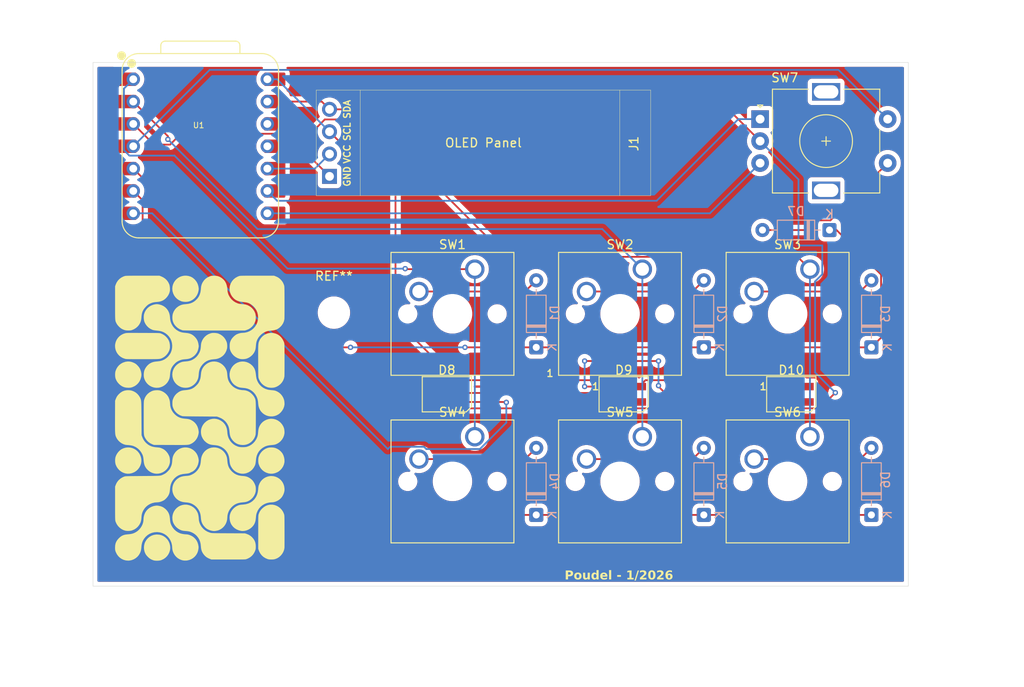
<source format=kicad_pcb>
(kicad_pcb (version 20241229) (generator "pcbnew") (generator_version "9.0")
  (layers (0 "F.Cu" signal) (2 "B.Cu" signal) (13 "F.Paste" user) (15 "B.Paste" user) (5 "F.SilkS" user "F.Silkscreen") (7 "B.SilkS" user "B.Silkscreen") (1 "F.Mask" user) (3 "B.Mask" user) (25 "Edge.Cuts" user))
  (net 0 "")
  (net 1 "Net-(D2-A)")
  (net 2 "Row 0")
  (net 3 "Net-(D3-A)")
  (net 4 "Net-(D4-A)")
  (net 5 "Row 1")
  (net 6 "Net-(D5-A)")
  (net 7 "Net-(D6-A)")
  (net 8 "Rot 1")
  (net 9 "VCC")
  (net 10 "Net-(D8-DOUT)")
  (net 11 "LED")
  (net 12 "GND")
  (net 13 "Net-(D10-DIN)")
  (net 14 "Display 2")
  (net 15 "Display 1")
  (net 16 "Col 0")
  (net 17 "Net-(D1-A)")
  (net 18 "Col 1")
  (net 19 "Col 2")
  (net 20 "Rot B")
  (net 21 "Rot A")
  (net 23 "Col 3")
  (footprint "Display:SSD1306-0.91-OLED-4pin-128x32" (layer "F.Cu") (at 208.2625 48.475 180)
    (property "Reference" "J1" (at 1.9 5.91 90) (layer "F.SilkS"))
    (property "Value" "OLED_Display")
    (fp_text user "OLED Panel" (at 19 6 0) (layer "F.SilkS"))
    (fp_text user "VCC" (at 34.5 4.73 90) (layer "F.SilkS") (effects (font (size 0.75 0.75))))
    (fp_text user "GND" (at 34.5 2.19 90) (layer "F.SilkS") (effects (font (size 0.75 0.75))))
    (fp_text user "SCL" (at 34.5 7.27 90) (layer "F.SilkS") (effects (font (size 0.75 0.75))))
    (fp_text user "SDA" (at 34.5 9.81 90) (layer "F.SilkS") (effects (font (size 0.75 0.75))))
    (pad "1" thru_hole rect (at 36.5 2.19 180) (size 1.7 1.7) (drill 1) (layers "*.Cu" "*.Mask") (net 15 "Display 1"))
    (pad "2" thru_hole oval (at 36.5 4.73 180) (size 1.7 1.7) (drill 1) (layers "*.Cu" "*.Mask") (net 14 "Display 2"))
    (pad "3" thru_hole oval (at 36.5 7.27 180) (size 1.7 1.7) (drill 1) (layers "*.Cu" "*.Mask") (net 9 "VCC"))
    (pad "4" thru_hole oval (at 36.5 9.81 180) (size 1.7 1.7) (drill 1) (layers "*.Cu" "*.Mask") (net 12 "GND"))
  )
  (footprint "OPL_Kicad_Library-master:XIAO-RP2040-DIP" (layer "F.Cu") (at 157.07375 42.8625)
    (property "Reference" "U1" (at -0.18625 -2.3875 0) (layer "F.SilkS") (effects (font (size 0.635 0.635) (thickness 0.1016))))
    (property "Value" "XIAO-RP2040-DIP")
    (pad "1" smd roundrect (at -8.455 -7.62 180) (size 2.432 1.524) (layers "F.Cu" "F.Mask") (roundrect_rratio 0.1) (net 16 "Col 0"))
    (pad "1" thru_hole circle (at -7.62 -7.62 180) (size 1.524 1.524) (drill 0.889) (layers "*.Cu" "*.Mask") (net 16 "Col 0"))
    (pad "2" smd roundrect (at -8.455 -5.08 180) (size 2.432 1.524) (layers "F.Cu" "F.Mask") (roundrect_rratio 0.1) (net 18 "Col 1"))
    (pad "2" thru_hole circle (at -7.62 -5.08 180) (size 1.524 1.524) (drill 0.889) (layers "*.Cu" "*.Mask") (net 18 "Col 1"))
    (pad "3" smd roundrect (at -8.455 -2.54 180) (size 2.432 1.524) (layers "F.Cu" "F.Mask") (roundrect_rratio 0.1) (net 19 "Col 2"))
    (pad "3" thru_hole circle (at -7.62 -2.54 180) (size 1.524 1.524) (drill 0.889) (layers "*.Cu" "*.Mask") (net 19 "Col 2"))
    (pad "4" smd roundrect (at -8.455 0 180) (size 2.432 1.524) (layers "F.Cu" "F.Mask") (roundrect_rratio 0.1) (net 23 "Col 3"))
    (pad "4" thru_hole circle (at -7.62 0 180) (size 1.524 1.524) (drill 0.889) (layers "*.Cu" "*.Mask") (net 23 "Col 3"))
    (pad "5" smd roundrect (at -8.455 2.54 180) (size 2.432 1.524) (layers "F.Cu" "F.Mask") (roundrect_rratio 0.1) (net 2 "Row 0"))
    (pad "5" thru_hole circle (at -7.62 2.54 180) (size 1.524 1.524) (drill 0.889) (layers "*.Cu" "*.Mask") (net 2 "Row 0"))
    (pad "6" smd roundrect (at -8.455 5.08 180) (size 2.432 1.524) (layers "F.Cu" "F.Mask") (roundrect_rratio 0.1) (net 5 "Row 1"))
    (pad "6" thru_hole circle (at -7.62 5.08 180) (size 1.524 1.524) (drill 0.889) (layers "*.Cu" "*.Mask") (net 5 "Row 1"))
    (pad "7" smd roundrect (at -8.455 7.62 180) (size 2.432 1.524) (layers "F.Cu" "F.Mask") (roundrect_rratio 0.1) (net 11 "LED"))
    (pad "7" thru_hole circle (at -7.62 7.62 180) (size 1.524 1.524) (drill 0.889) (layers "*.Cu" "*.Mask") (net 11 "LED"))
    (pad "8" thru_hole circle (at 7.62 7.62) (size 1.524 1.524) (drill 0.889) (layers "*.Cu" "*.Mask") (net 20 "Rot B"))
    (pad "8" smd roundrect (at 8.455 7.62) (size 2.432 1.524) (layers "F.Cu" "F.Mask") (roundrect_rratio 0.1) (net 20 "Rot B"))
    (pad "9" thru_hole circle (at 7.62 5.08) (size 1.524 1.524) (drill 0.889) (layers "*.Cu" "*.Mask") (net 21 "Rot A"))
    (pad "9" smd roundrect (at 8.455 5.08) (size 2.432 1.524) (layers "F.Cu" "F.Mask") (roundrect_rratio 0.1) (net 21 "Rot A"))
    (pad "10" thru_hole circle (at 7.62 2.54) (size 1.524 1.524) (drill 0.889) (layers "*.Cu" "*.Mask") (net 14 "Display 2"))
    (pad "10" smd roundrect (at 8.455 2.54) (size 2.432 1.524) (layers "F.Cu" "F.Mask") (roundrect_rratio 0.1) (net 14 "Display 2"))
    (pad "11" thru_hole circle (at 7.62 0) (size 1.524 1.524) (drill 0.889) (layers "*.Cu" "*.Mask") (net 15 "Display 1"))
    (pad "11" smd roundrect (at 8.455 0) (size 2.432 1.524) (layers "F.Cu" "F.Mask") (roundrect_rratio 0.1) (net 15 "Display 1"))
    (pad "12" thru_hole circle (at 7.62 -2.54) (size 1.524 1.524) (drill 0.889) (layers "*.Cu" "*.Mask"))
    (pad "12" smd roundrect (at 8.455 -2.54) (size 2.432 1.524) (layers "F.Cu" "F.Mask") (roundrect_rratio 0.1))
    (pad "13" thru_hole circle (at 7.62 -5.08) (size 1.524 1.524) (drill 0.889) (layers "*.Cu" "*.Mask") (net 12 "GND"))
    (pad "13" smd roundrect (at 8.455 -5.08) (size 2.432 1.524) (layers "F.Cu" "F.Mask") (roundrect_rratio 0.1) (net 12 "GND"))
    (pad "14" thru_hole circle (at 7.62 -7.62) (size 1.524 1.524) (drill 0.889) (layers "*.Cu" "*.Mask") (net 9 "VCC"))
    (pad "14" smd roundrect (at 8.455 -7.62) (size 2.432 1.524) (layers "F.Cu" "F.Mask") (roundrect_rratio 0.1) (net 9 "VCC"))
  )
  (footprint "Button_Switch_Keyboard:SW_Cherry_MX_1.00u_PCB" (layer "F.Cu") (at 188.2775 75.8825)
    (property "Reference" "SW4" (at -2.54 -2.794 0) (layer "F.SilkS"))
    (property "Value" "KeySwitch")
    (pad "" np_thru_hole circle (at -7.62 5.08) (size 1.7 1.7) (drill 1.7) (layers "*.Cu" "*.Mask"))
    (pad "" np_thru_hole circle (at -2.54 5.08) (size 4 4) (drill 4) (layers "*.Cu" "*.Mask"))
    (pad "" np_thru_hole circle (at 2.54 5.08) (size 1.7 1.7) (drill 1.7) (layers "*.Cu" "*.Mask"))
    (pad "1" thru_hole circle (at 0 0) (size 2.2 2.2) (drill 1.5) (layers "*.Cu" "*.Mask") (net 16 "Col 0"))
    (pad "2" thru_hole circle (at -6.35 2.54) (size 2.2 2.2) (drill 1.5) (layers "*.Cu" "*.Mask") (net 4 "Net-(D4-A)"))
  )
  (footprint "DaRolla:RotaryEncoder_Alps_EC11E-Switch_Vertical_H20mm" (layer "F.Cu") (at 220.7125 39.775)
    (property "Reference" "SW7" (at 2.8 -4.7 0) (layer "F.SilkS"))
    (property "Value" "RotaryEncoder_Switch")
    (pad "A" thru_hole rect (at 0 0) (size 2 2) (drill 1) (layers "*.Cu" "*.Mask") (net 21 "Rot A"))
    (pad "B" thru_hole circle (at 0 5) (size 2 2) (drill 1) (layers "*.Cu" "*.Mask") (net 20 "Rot B"))
    (pad "C" thru_hole circle (at 0 2.5) (size 2 2) (drill 1) (layers "*.Cu" "*.Mask") (net 12 "GND"))
    (pad "MP" thru_hole rect (at 7.5 -3.1) (size 3.2 2) (drill oval 2.8 1.5) (layers "*.Cu" "*.Mask"))
    (pad "MP" thru_hole rect (at 7.5 8.1) (size 3.2 2) (drill oval 2.8 1.5) (layers "*.Cu" "*.Mask"))
    (pad "S1" thru_hole circle (at 14.5 5) (size 2 2) (drill 1) (layers "*.Cu" "*.Mask") (net 8 "Rot 1"))
    (pad "S2" thru_hole circle (at 14.5 0) (size 2 2) (drill 1) (layers "*.Cu" "*.Mask") (net 23 "Col 3"))
  )
  (footprint "LED_SMD:LED_SK6812MINI_PLCC4_3.5x3.5mm_P1.75mm" (layer "F.Cu") (at 205.20625 71.05625)
    (property "Reference" "D9" (at 0 -2.75 0) (layer "F.SilkS"))
    (property "Value" "LED 2")
    (fp_text user "1" (at -3.2 -0.875 0) (layer "F.SilkS") (effects (font (size 0.8 0.8))))
    (pad "1" smd rect (at -1.75 -0.875) (size 1.6 0.85) (layers "F.Cu" "F.Mask" "F.Paste") (net 13 "Net-(D10-DIN)"))
    (pad "2" smd rect (at -1.75 0.875) (size 1.6 0.85) (layers "F.Cu" "F.Mask" "F.Paste") (net 12 "GND"))
    (pad "3" smd rect (at 1.75 0.875) (size 1.6 0.85) (layers "F.Cu" "F.Mask" "F.Paste") (net 10 "Net-(D8-DOUT)"))
    (pad "4" smd rect (at 1.75 -0.875) (size 1.6 0.85) (layers "F.Cu" "F.Mask" "F.Paste") (net 9 "VCC"))
  )
  (footprint "LED_SMD:LED_SK6812MINI_PLCC4_3.5x3.5mm_P1.75mm" (layer "F.Cu") (at 224.25625 71.05625)
    (property "Reference" "D10" (at 0 -2.75 0) (layer "F.SilkS"))
    (property "Value" "LED 2")
    (fp_text user "1" (at -3.2 -0.875 0) (layer "F.SilkS") (effects (font (size 0.8 0.8))))
    (pad "1" smd rect (at -1.75 -0.875) (size 1.6 0.85) (layers "F.Cu" "F.Mask" "F.Paste"))
    (pad "2" smd rect (at -1.75 0.875) (size 1.6 0.85) (layers "F.Cu" "F.Mask" "F.Paste") (net 12 "GND"))
    (pad "3" smd rect (at 1.75 0.875) (size 1.6 0.85) (layers "F.Cu" "F.Mask" "F.Paste") (net 13 "Net-(D10-DIN)"))
    (pad "4" smd rect (at 1.75 -0.875) (size 1.6 0.85) (layers "F.Cu" "F.Mask" "F.Paste") (net 9 "VCC"))
  )
  (footprint "Button_Switch_Keyboard:SW_Cherry_MX_1.00u_PCB" (layer "F.Cu") (at 226.3775 56.8325)
    (property "Reference" "SW3" (at -2.54 -2.794 0) (layer "F.SilkS"))
    (property "Value" "KeySwitch")
    (pad "" np_thru_hole circle (at -7.62 5.08) (size 1.7 1.7) (drill 1.7) (layers "*.Cu" "*.Mask"))
    (pad "" np_thru_hole circle (at -2.54 5.08) (size 4 4) (drill 4) (layers "*.Cu" "*.Mask"))
    (pad "" np_thru_hole circle (at 2.54 5.08) (size 1.7 1.7) (drill 1.7) (layers "*.Cu" "*.Mask"))
    (pad "1" thru_hole circle (at 0 0) (size 2.2 2.2) (drill 1.5) (layers "*.Cu" "*.Mask") (net 19 "Col 2"))
    (pad "2" thru_hole circle (at -6.35 2.54) (size 2.2 2.2) (drill 1.5) (layers "*.Cu" "*.Mask") (net 3 "Net-(D3-A)"))
  )
  (footprint "Button_Switch_Keyboard:SW_Cherry_MX_1.00u_PCB" (layer "F.Cu") (at 226.3775 75.8825)
    (property "Reference" "SW6" (at -2.54 -2.794 0) (layer "F.SilkS"))
    (property "Value" "KeySwitch")
    (pad "" np_thru_hole circle (at -7.62 5.08) (size 1.7 1.7) (drill 1.7) (layers "*.Cu" "*.Mask"))
    (pad "" np_thru_hole circle (at -2.54 5.08) (size 4 4) (drill 4) (layers "*.Cu" "*.Mask"))
    (pad "" np_thru_hole circle (at 2.54 5.08) (size 1.7 1.7) (drill 1.7) (layers "*.Cu" "*.Mask"))
    (pad "1" thru_hole circle (at 0 0) (size 2.2 2.2) (drill 1.5) (layers "*.Cu" "*.Mask") (net 19 "Col 2"))
    (pad "2" thru_hole circle (at -6.35 2.54) (size 2.2 2.2) (drill 1.5) (layers "*.Cu" "*.Mask") (net 7 "Net-(D6-A)"))
  )
  (footprint "Button_Switch_Keyboard:SW_Cherry_MX_1.00u_PCB" (layer "F.Cu") (at 188.2775 56.8325)
    (property "Reference" "SW1" (at -2.54 -2.794 0) (layer "F.SilkS"))
    (property "Value" "KeySwitch")
    (pad "" np_thru_hole circle (at -7.62 5.08) (size 1.7 1.7) (drill 1.7) (layers "*.Cu" "*.Mask"))
    (pad "" np_thru_hole circle (at -2.54 5.08) (size 4 4) (drill 4) (layers "*.Cu" "*.Mask"))
    (pad "" np_thru_hole circle (at 2.54 5.08) (size 1.7 1.7) (drill 1.7) (layers "*.Cu" "*.Mask"))
    (pad "1" thru_hole circle (at 0 0) (size 2.2 2.2) (drill 1.5) (layers "*.Cu" "*.Mask") (net 16 "Col 0"))
    (pad "2" thru_hole circle (at -6.35 2.54) (size 2.2 2.2) (drill 1.5) (layers "*.Cu" "*.Mask") (net 17 "Net-(D1-A)"))
  )
  (footprint "Button_Switch_Keyboard:SW_Cherry_MX_1.00u_PCB" (layer "F.Cu") (at 207.3275 56.8325)
    (property "Reference" "SW2" (at -2.54 -2.794 0) (layer "F.SilkS"))
    (property "Value" "KeySwitch")
    (pad "" np_thru_hole circle (at -7.62 5.08) (size 1.7 1.7) (drill 1.7) (layers "*.Cu" "*.Mask"))
    (pad "" np_thru_hole circle (at -2.54 5.08) (size 4 4) (drill 4) (layers "*.Cu" "*.Mask"))
    (pad "" np_thru_hole circle (at 2.54 5.08) (size 1.7 1.7) (drill 1.7) (layers "*.Cu" "*.Mask"))
    (pad "1" thru_hole circle (at 0 0) (size 2.2 2.2) (drill 1.5) (layers "*.Cu" "*.Mask") (net 18 "Col 1"))
    (pad "2" thru_hole circle (at -6.35 2.54) (size 2.2 2.2) (drill 1.5) (layers "*.Cu" "*.Mask") (net 1 "Net-(D2-A)"))
  )
  (footprint "LOGO" (layer "F.Cu") (at 156.525561 73.719384 90)
    (property "Reference" "G***" (hide yes))
    (property "Value" "LOGO" (hide yes))
  )
  (footprint "MountingHole:MountingHole_3.2mm_M3" (layer "F.Cu") (at 172.2625 61.775)
    (property "Reference" "REF**" (at 0 -4.15 0) (layer "F.SilkS"))
    (property "Value" "MountingHole_3.2mm_M3")
    (pad "" np_thru_hole circle (at 0 0) (size 3.2 3.2) (drill 3.2) (layers "*.Cu" "*.Mask"))
  )
  (footprint "LED_SMD:LED_SK6812MINI_PLCC4_3.5x3.5mm_P1.75mm" (layer "F.Cu") (at 185.10625 71.05625)
    (property "Reference" "D8" (at 0 -2.75 0) (layer "F.SilkS"))
    (property "Value" "LED 1")
    (fp_text user "1" (at 11.71875 -2.38125 0) (layer "F.SilkS") (effects (font (size 0.8 0.8))))
    (pad "1" smd rect (at -1.75 -0.875) (size 1.6 0.85) (layers "F.Cu" "F.Mask" "F.Paste") (net 10 "Net-(D8-DOUT)"))
    (pad "2" smd rect (at -1.75 0.875) (size 1.6 0.85) (layers "F.Cu" "F.Mask" "F.Paste") (net 12 "GND"))
    (pad "3" smd rect (at 1.75 0.875) (size 1.6 0.85) (layers "F.Cu" "F.Mask" "F.Paste") (net 11 "LED"))
    (pad "4" smd rect (at 1.75 -0.875) (size 1.6 0.85) (layers "F.Cu" "F.Mask" "F.Paste") (net 9 "VCC"))
  )
  (footprint "Button_Switch_Keyboard:SW_Cherry_MX_1.00u_PCB" (layer "F.Cu") (at 207.3275 75.8825)
    (property "Reference" "SW5" (at -2.54 -2.794 0) (layer "F.SilkS"))
    (property "Value" "KeySwitch")
    (pad "" np_thru_hole circle (at -7.62 5.08) (size 1.7 1.7) (drill 1.7) (layers "*.Cu" "*.Mask"))
    (pad "" np_thru_hole circle (at -2.54 5.08) (size 4 4) (drill 4) (layers "*.Cu" "*.Mask"))
    (pad "" np_thru_hole circle (at 2.54 5.08) (size 1.7 1.7) (drill 1.7) (layers "*.Cu" "*.Mask"))
    (pad "1" thru_hole circle (at 0 0) (size 2.2 2.2) (drill 1.5) (layers "*.Cu" "*.Mask") (net 18 "Col 1"))
    (pad "2" thru_hole circle (at -6.35 2.54) (size 2.2 2.2) (drill 1.5) (layers "*.Cu" "*.Mask") (net 6 "Net-(D5-A)"))
  )
  (footprint "Diode_THT:D_DO-35_SOD27_P7.62mm_Horizontal" (layer "B.Cu") (at 214.3125 84.7725 90)
    (property "Reference" "D5" (at 3.81 2.12 90) (layer "B.SilkS") (effects (justify mirror)))
    (property "Value" "Diode")
    (fp_text user "K" (at 0 1.8 90) (layer "B.SilkS") (effects (justify mirror)))
    (pad "1" thru_hole roundrect (at 0 0 90) (size 1.6 1.6) (drill 0.8) (layers "*.Cu" "*.Mask") (roundrect_rratio 0.15625) (net 5 "Row 1"))
    (pad "2" thru_hole circle (at 7.62 0 90) (size 1.6 1.6) (drill 0.8) (layers "*.Cu" "*.Mask") (net 6 "Net-(D5-A)"))
  )
  (footprint "Diode_THT:D_DO-35_SOD27_P7.62mm_Horizontal" (layer "B.Cu") (at 233.3625 84.7725 90)
    (property "Reference" "D6" (at 3.9975 1.6 90) (layer "B.SilkS") (effects (justify mirror)))
    (property "Value" "Diode")
    (fp_text user "K" (at 0 1.8 90) (layer "B.SilkS") (effects (justify mirror)))
    (pad "1" thru_hole roundrect (at 0 0 90) (size 1.6 1.6) (drill 0.8) (layers "*.Cu" "*.Mask") (roundrect_rratio 0.15625) (net 5 "Row 1"))
    (pad "2" thru_hole circle (at 7.62 0 90) (size 1.6 1.6) (drill 0.8) (layers "*.Cu" "*.Mask") (net 7 "Net-(D6-A)"))
  )
  (footprint "Diode_THT:D_DO-35_SOD27_P7.62mm_Horizontal" (layer "B.Cu") (at 195.2625 65.7225 90)
    (property "Reference" "D1" (at 3.81 2.12 90) (layer "B.SilkS") (effects (justify mirror)))
    (property "Value" "Diode")
    (fp_text user "K" (at 0 1.8 90) (layer "B.SilkS") (effects (justify mirror)))
    (pad "1" thru_hole roundrect (at 0 0 90) (size 1.6 1.6) (drill 0.8) (layers "*.Cu" "*.Mask") (roundrect_rratio 0.15625) (net 2 "Row 0"))
    (pad "2" thru_hole circle (at 7.62 0 90) (size 1.6 1.6) (drill 0.8) (layers "*.Cu" "*.Mask") (net 17 "Net-(D1-A)"))
  )
  (footprint "Diode_THT:D_DO-35_SOD27_P7.62mm_Horizontal" (layer "B.Cu") (at 214.3125 65.7225 90)
    (property "Reference" "D2" (at 3.81 2.12 90) (layer "B.SilkS") (effects (justify mirror)))
    (property "Value" "Diode")
    (fp_text user "K" (at 0 1.8 90) (layer "B.SilkS") (effects (justify mirror)))
    (pad "1" thru_hole roundrect (at 0 0 90) (size 1.6 1.6) (drill 0.8) (layers "*.Cu" "*.Mask") (roundrect_rratio 0.15625) (net 2 "Row 0"))
    (pad "2" thru_hole circle (at 7.62 0 90) (size 1.6 1.6) (drill 0.8) (layers "*.Cu" "*.Mask") (net 1 "Net-(D2-A)"))
  )
  (footprint "Diode_THT:D_DO-35_SOD27_P7.62mm_Horizontal" (layer "B.Cu") (at 233.3625 65.7225 90)
    (property "Reference" "D3" (at 3.81 1.6 90) (layer "B.SilkS") (effects (justify mirror)))
    (property "Value" "Diode")
    (fp_text user "K" (at 0 1.8 90) (layer "B.SilkS") (effects (justify mirror)))
    (pad "1" thru_hole roundrect (at 0 0 90) (size 1.6 1.6) (drill 0.8) (layers "*.Cu" "*.Mask") (roundrect_rratio 0.15625) (net 2 "Row 0"))
    (pad "2" thru_hole circle (at 7.62 0 90) (size 1.6 1.6) (drill 0.8) (layers "*.Cu" "*.Mask") (net 3 "Net-(D3-A)"))
  )
  (footprint "Diode_THT:D_DO-35_SOD27_P7.62mm_Horizontal" (layer "B.Cu") (at 195.2625 84.7725 90)
    (property "Reference" "D4" (at 3.81 2.12 90) (layer "B.SilkS") (effects (justify mirror)))
    (property "Value" "Diode")
    (fp_text user "K" (at 0 1.8 90) (layer "B.SilkS") (effects (justify mirror)))
    (pad "1" thru_hole roundrect (at 0 0 90) (size 1.6 1.6) (drill 0.8) (layers "*.Cu" "*.Mask") (roundrect_rratio 0.15625) (net 5 "Row 1"))
    (pad "2" thru_hole circle (at 7.62 0 90) (size 1.6 1.6) (drill 0.8) (layers "*.Cu" "*.Mask") (net 4 "Net-(D4-A)"))
  )
  (footprint "Diode_THT:D_DO-35_SOD27_P7.62mm_Horizontal" (layer "B.Cu") (at 228.6 52.3875 180)
    (property "Reference" "D7" (at 3.81 2.12 0) (layer "B.SilkS") (effects (justify mirror)))
    (property "Value" "Diode")
    (fp_text user "K" (at 0 1.8 0) (layer "B.SilkS") (effects (justify mirror)))
    (pad "1" thru_hole roundrect (at 0 0 180) (size 1.6 1.6) (drill 0.8) (layers "*.Cu" "*.Mask") (roundrect_rratio 0.15625) (net 2 "Row 0"))
    (pad "2" thru_hole circle (at 7.62 0 180) (size 1.6 1.6) (drill 0.8) (layers "*.Cu" "*.Mask") (net 8 "Rot 1"))
  )
  (gr_rect (start 144.875 33.3375) (end 237.5625 92.86875) (stroke (width 0.05)) (fill no) (layer "Edge.Cuts"))
  (gr_text "Poudel - 1/2026" (at 204.6625 92.275 0) (layer "F.SilkS") (effects (font (size 1 1) (thickness 0.125)) (justify bottom)))
  (segment (start 214.3125 58.1025) (end 213.0425 59.3725) (width 0.2) (layer "F.Cu") (net 1))
  (segment (start 213.0425 59.3725) (end 200.9775 59.3725) (width 0.2) (layer "F.Cu") (net 1))
  (segment (start 169.77375 65.7225) (end 174.14875 65.7225) (width 0.2) (layer "F.Cu") (net 2))
  (segment (start 229.4 52.3875) (end 234.4635 57.451) (width 0.2) (layer "F.Cu") (net 2))
  (segment (start 195.2625 65.7225) (end 187.1625 65.7225) (width 0.2) (layer "F.Cu") (net 2))
  (segment (start 195.2625 65.7225) (end 233.3625 65.7225) (width 0.2) (layer "F.Cu") (net 2))
  (segment (start 234.4635 57.451) (end 234.4635 64.6215) (width 0.2) (layer "F.Cu") (net 2))
  (segment (start 234.4635 64.6215) (end 233.3625 65.7225) (width 0.2) (layer "F.Cu") (net 2))
  (segment (start 169.77375 65.7225) (end 149.45375 45.4025) (width 0.2) (layer "F.Cu") (net 2))
  (segment (start 228.6 52.3875) (end 229.4 52.3875) (width 0.2) (layer "F.Cu") (net 2))
  (via (at 187.1625 65.7225) (size 0.6) (drill 0.3) (layers "F.Cu" "B.Cu") (net 2))
  (via (at 174.14875 65.7225) (size 0.6) (drill 0.3) (layers "F.Cu" "B.Cu") (net 2))
  (segment (start 187.1625 65.7225) (end 174.14875 65.7225) (width 0.2) (layer "B.Cu") (net 2))
  (segment (start 233.3625 58.1025) (end 232.0925 59.3725) (width 0.2) (layer "F.Cu") (net 3))
  (segment (start 232.0925 59.3725) (end 220.0275 59.3725) (width 0.2) (layer "F.Cu") (net 3))
  (segment (start 193.9925 78.4225) (end 181.9275 78.4225) (width 0.2) (layer "F.Cu") (net 4))
  (segment (start 195.2625 77.1525) (end 193.9925 78.4225) (width 0.2) (layer "F.Cu") (net 4))
  (segment (start 214.3125 84.7725) (end 233.3625 84.7725) (width 0.2) (layer "F.Cu") (net 5))
  (segment (start 181.79097 84.7725) (end 195.2625 84.7725) (width 0.2) (layer "F.Cu") (net 5))
  (segment (start 195.2625 84.7725) (end 214.3125 84.7725) (width 0.2) (layer "F.Cu") (net 5))
  (segment (start 149.45375 47.9425) (end 150.51675 49.0055) (width 0.2) (layer "F.Cu") (net 5))
  (segment (start 150.51675 53.49828) (end 181.79097 84.7725) (width 0.2) (layer "F.Cu") (net 5))
  (segment (start 150.51675 49.0055) (end 150.51675 53.49828) (width 0.2) (layer "F.Cu") (net 5))
  (segment (start 214.3125 77.1525) (end 213.0425 78.4225) (width 0.2) (layer "F.Cu") (net 6))
  (segment (start 213.0425 78.4225) (end 200.9775 78.4225) (width 0.2) (layer "F.Cu") (net 6))
  (segment (start 233.3625 77.1525) (end 232.0925 78.4225) (width 0.2) (layer "F.Cu") (net 7))
  (segment (start 232.0925 78.4225) (end 220.0275 78.4225) (width 0.2) (layer "F.Cu") (net 7))
  (segment (start 226.202 52.3875) (end 227.303 51.2865) (width 0.2) (layer "F.Cu") (net 8))
  (segment (start 228.701 51.2865) (end 235.2125 44.775) (width 0.2) (layer "F.Cu") (net 8))
  (segment (start 227.303 51.2865) (end 228.701 51.2865) (width 0.2) (layer "F.Cu") (net 8))
  (segment (start 220.98 52.3875) (end 226.202 52.3875) (width 0.2) (layer "F.Cu") (net 8))
  (segment (start 179.2625 44.38) (end 179.2625 62.5875) (width 0.2) (layer "F.Cu") (net 9))
  (segment (start 177.7125 42.83) (end 173.3875 42.83) (width 0.2) (layer "F.Cu") (net 9))
  (segment (start 173.3875 42.83) (end 171.7625 41.205) (width 0.2) (layer "F.Cu") (net 9))
  (segment (start 186.85625 70.18125) (end 187.58225 69.45525) (width 0.2) (layer "F.Cu") (net 9))
  (segment (start 206.95625 70.18125) (end 207.68225 69.45525) (width 0.2) (layer "F.Cu") (net 9))
  (segment (start 179.2625 62.5875) (end 186.85625 70.18125) (width 0.2) (layer "F.Cu") (net 9))
  (segment (start 187.58225 69.45525) (end 206.23025 69.45525) (width 0.2) (layer "F.Cu") (net 9))
  (segment (start 225.28025 69.45525) (end 226.00625 70.18125) (width 0.2) (layer "F.Cu") (net 9))
  (segment (start 177.7125 42.83) (end 179.2625 44.38) (width 0.2) (layer "F.Cu") (net 9))
  (segment (start 206.23025 69.45525) (end 206.95625 70.18125) (width 0.2) (layer "F.Cu") (net 9))
  (segment (start 207.68225 69.45525) (end 225.28025 69.45525) (width 0.2) (layer "F.Cu") (net 9))
  (segment (start 171.7625 41.205) (end 165.8 35.2425) (width 0.2) (layer "B.Cu") (net 9))
  (segment (start 165.8 35.2425) (end 164.69375 35.2425) (width 0.2) (layer "B.Cu") (net 9))
  (segment (start 205.93225 70.90725) (end 206.95625 71.93125) (width 0.2) (layer "F.Cu") (net 10))
  (segment (start 183.35625 70.18125) (end 184.08225 70.90725) (width 0.2) (layer "F.Cu") (net 10))
  (segment (start 184.08225 70.90725) (end 205.93225 70.90725) (width 0.2) (layer "F.Cu") (net 10))
  (segment (start 191.81875 71.93125) (end 191.8625 71.975) (width 0.2) (layer "F.Cu") (net 11))
  (segment (start 186.85625 71.93125) (end 191.81875 71.93125) (width 0.2) (layer "F.Cu") (net 11))
  (via (at 191.8625 71.975) (size 0.6) (drill 0.3) (layers "F.Cu" "B.Cu") (net 11))
  (segment (start 178.394814 77.2835) (end 151.593814 50.4825) (width 0.2) (layer "B.Cu") (net 11))
  (segment (start 188.857814 77.2835) (end 182.769814 77.2835) (width 0.2) (layer "B.Cu") (net 11))
  (segment (start 182.507814 77.0215) (end 182.769814 77.2835) (width 0.2) (layer "B.Cu") (net 11))
  (segment (start 151.593814 50.4825) (end 149.45375 50.4825) (width 0.2) (layer "B.Cu") (net 11))
  (segment (start 191.8625 71.975) (end 191.8625 74.278814) (width 0.2) (layer "B.Cu") (net 11))
  (segment (start 178.394814 77.2835) (end 178.656814 77.0215) (width 0.2) (layer "B.Cu") (net 11))
  (segment (start 191.8625 74.278814) (end 188.857814 77.2835) (width 0.2) (layer "B.Cu") (net 11))
  (segment (start 178.656814 77.0215) (end 182.507814 77.0215) (width 0.2) (layer "B.Cu") (net 11))
  (segment (start 164.69375 37.7825) (end 170.88 37.7825) (width 0.2) (layer "F.Cu") (net 12))
  (segment (start 221.78025 72.65725) (end 222.50625 71.93125) (width 0.2) (layer "F.Cu") (net 12))
  (segment (start 184.08225 72.65725) (end 202.73025 72.65725) (width 0.2) (layer "F.Cu") (net 12))
  (segment (start 204.18225 72.65725) (end 221.78025 72.65725) (width 0.2) (layer "F.Cu") (net 12))
  (segment (start 170.88 37.7825) (end 171.7625 38.665) (width 0.2) (layer "F.Cu") (net 12))
  (segment (start 222.50625 71.93125) (end 223.23225 72.65725) (width 0.2) (layer "F.Cu") (net 12))
  (segment (start 183.35625 71.93125) (end 184.08225 72.65725) (width 0.2) (layer "F.Cu") (net 12))
  (segment (start 223.23225 72.65725) (end 227.48025 72.65725) (width 0.2) (layer "F.Cu") (net 12))
  (segment (start 217.1025 38.665) (end 220.7125 42.275) (width 0.2) (layer "F.Cu") (net 12))
  (segment (start 227.48025 72.65725) (end 229.2625 70.875) (width 0.2) (layer "F.Cu") (net 12))
  (segment (start 203.45625 71.93125) (end 204.18225 72.65725) (width 0.2) (layer "F.Cu") (net 12))
  (segment (start 202.73025 72.65725) (end 203.45625 71.93125) (width 0.2) (layer "F.Cu") (net 12))
  (segment (start 171.7625 38.665) (end 217.1025 38.665) (width 0.2) (layer "F.Cu") (net 12))
  (via (at 229.2625 70.875) (size 0.6) (drill 0.3) (layers "F.Cu" "B.Cu") (net 12))
  (segment (start 227.7785 57.412814) (end 227.7785 54.141392) (width 0.2) (layer "B.Cu") (net 12))
  (segment (start 227.7785 54.141392) (end 225.076892 54.141392) (width 0.2) (layer "B.Cu") (net 12))
  (segment (start 229.2625 70.875) (end 226.9625 68.575) (width 0.2) (layer "B.Cu") (net 12))
  (segment (start 226.9625 68.575) (end 226.9625 58.228814) (width 0.2) (layer "B.Cu") (net 12))
  (segment (start 226.9625 58.228814) (end 227.7785 57.412814) (width 0.2) (layer "B.Cu") (net 12))
  (segment (start 225.076892 54.141392) (end 225.076892 46.639392) (width 0.2) (layer "B.Cu") (net 12))
  (segment (start 225.076892 46.639392) (end 220.7125 42.275) (width 0.2) (layer "B.Cu") (net 12))
  (segment (start 200.7625 70.175) (end 200.8625 70.175) (width 0.2) (layer "F.Cu") (net 13))
  (segment (start 225.28025 71.20525) (end 210.19275 71.20525) (width 0.2) (layer "F.Cu") (net 13))
  (segment (start 226.00625 71.93125) (end 225.28025 71.20525) (width 0.2) (layer "F.Cu") (net 13))
  (segment (start 210.19275 71.20525) (end 209.3625 70.375) (width 0.2) (layer "F.Cu") (net 13))
  (segment (start 209.1625 67.275) (end 200.7625 67.275) (width 0.2) (layer "F.Cu") (net 13))
  (segment (start 200.86875 70.18125) (end 203.45625 70.18125) (width 0.2) (layer "F.Cu") (net 13))
  (segment (start 200.8625 70.175) (end 200.86875 70.18125) (width 0.2) (layer "F.Cu") (net 13))
  (via (at 200.7625 70.175) (size 0.6) (drill 0.3) (layers "F.Cu" "B.Cu") (net 13))
  (via (at 209.1625 70.075) (size 0.6) (drill 0.3) (layers "F.Cu" "B.Cu") (net 13))
  (via (at 209.1625 67.275) (size 0.6) (drill 0.3) (layers "F.Cu" "B.Cu") (net 13))
  (via (at 200.7625 67.275) (size 0.6) (drill 0.3) (layers "F.Cu" "B.Cu") (net 13))
  (segment (start 209.1625 70.075) (end 209.1625 67.275) (width 0.2) (layer "B.Cu") (net 13))
  (segment (start 200.7625 67.275) (end 200.7625 70.175) (width 0.2) (layer "B.Cu") (net 13))
  (segment (start 164.69375 45.4025) (end 165.16625 44.93) (width 0.2) (layer "F.Cu") (net 14))
  (segment (start 164.69375 45.4025) (end 170.105 45.4025) (width 0.2) (layer "B.Cu") (net 14))
  (segment (start 170.105 45.4025) (end 171.7625 43.745) (width 0.2) (layer "B.Cu") (net 14))
  (segment (start 164.69375 42.8625) (end 168.34 42.8625) (width 0.2) (layer "F.Cu") (net 15))
  (segment (start 168.34 42.8625) (end 171.7625 46.285) (width 0.2) (layer "F.Cu") (net 15))
  (segment (start 188.2775 56.8325) (end 180.42 56.8325) (width 0.2) (layer "F.Cu") (net 16))
  (segment (start 180.42 56.8325) (end 180.3625 56.775) (width 0.2) (layer "F.Cu") (net 16))
  (via (at 180.3625 56.775) (size 0.6) (drill 0.3) (layers "F.Cu" "B.Cu") (net 16))
  (segment (start 149.45375 35.2425) (end 148.39075 36.3055) (width 0.2) (layer "B.Cu") (net 16))
  (segment (start 166.9875 56.775) (end 180.3625 56.775) (width 0.2) (layer "B.Cu") (net 16))
  (segment (start 148.39075 43.30281) (end 149.01344 43.9255) (width 0.2) (layer "B.Cu") (net 16))
  (segment (start 149.01344 43.9255) (end 154.138 43.9255) (width 0.2) (layer "B.Cu") (net 16))
  (segment (start 154.138 43.9255) (end 166.9875 56.775) (width 0.2) (layer "B.Cu") (net 16))
  (segment (start 188.2775 56.8325) (end 188.2775 75.8825) (width 0.2) (layer "B.Cu") (net 16))
  (segment (start 148.39075 36.3055) (end 148.39075 43.30281) (width 0.2) (layer "B.Cu") (net 16))
  (segment (start 193.9925 59.3725) (end 181.9275 59.3725) (width 0.2) (layer "F.Cu") (net 17))
  (segment (start 195.2625 58.1025) (end 193.9925 59.3725) (width 0.2) (layer "F.Cu") (net 17))
  (segment (start 153.3875 41.71625) (end 149.45375 37.7825) (width 0.2) (layer "F.Cu") (net 18))
  (segment (start 153.3875 42.075) (end 153.3875 41.71625) (width 0.2) (layer "F.Cu") (net 18))
  (via (at 153.3875 42.075) (size 0.6) (drill 0.3) (layers "F.Cu" "B.Cu") (net 18))
  (segment (start 207.3275 56.8325) (end 207.3275 75.8825) (width 0.2) (layer "B.Cu") (net 18))
  (segment (start 202.77 52.275) (end 207.3275 56.8325) (width 0.2) (layer "B.Cu") (net 18))
  (segment (start 163.5875 52.275) (end 202.77 52.275) (width 0.2) (layer "B.Cu") (net 18))
  (segment (start 153.3875 42.075) (end 163.5875 52.275) (width 0.2) (layer "B.Cu") (net 18))
  (segment (start 177.95126 41.441) (end 191.94176 55.4315) (width 0.2) (layer "F.Cu") (net 19))
  (segment (start 169.5965 41.441) (end 171.2215 39.816) (width 0.2) (layer "F.Cu") (net 19))
  (segment (start 153.636443 42.676) (end 154.871443 41.441) (width 0.2) (layer "F.Cu") (net 19))
  (segment (start 176.32626 39.816) (end 177.95126 41.441) (width 0.2) (layer "F.Cu") (net 19))
  (segment (start 154.871443 41.441) (end 169.5965 41.441) (width 0.2) (layer "F.Cu") (net 19))
  (segment (start 151.80725 42.676) (end 153.636443 42.676) (width 0.2) (layer "F.Cu") (net 19))
  (segment (start 191.94176 55.4315) (end 224.9765 55.4315) (width 0.2) (layer "F.Cu") (net 19))
  (segment (start 171.2215 39.816) (end 176.32626 39.816) (width 0.2) (layer "F.Cu") (net 19))
  (segment (start 149.45375 40.3225) (end 151.80725 42.676) (width 0.2) (layer "F.Cu") (net 19))
  (segment (start 224.9765 55.4315) (end 226.3775 56.8325) (width 0.2) (layer "F.Cu") (net 19))
  (segment (start 226.3775 56.8325) (end 226.3775 75.8825) (width 0.2) (layer "B.Cu") (net 19))
  (segment (start 164.69375 50.4825) (end 215.005 50.4825) (width 0.2) (layer "B.Cu") (net 20))
  (segment (start 215.005 50.4825) (end 220.7125 44.775) (width 0.2) (layer "B.Cu") (net 20))
  (segment (start 165.81225 49.061) (end 208.9515 49.061) (width 0.2) (layer "B.Cu") (net 21))
  (segment (start 218.2375 39.775) (end 220.7125 39.775) (width 0.2) (layer "B.Cu") (net 21))
  (segment (start 164.69375 47.9425) (end 165.81225 49.061) (width 0.2) (layer "B.Cu") (net 21))
  (segment (start 208.9515 49.061) (end 218.2375 39.775) (width 0.2) (layer "B.Cu") (net 21))
  (segment (start 229.617 34.1795) (end 235.2125 39.775) (width 0.2) (layer "B.Cu") (net 23))
  (segment (start 158.13675 34.1795) (end 229.617 34.1795) (width 0.2) (layer "B.Cu") (net 23))
  (segment (start 149.45375 42.8625) (end 158.13675 34.1795) (width 0.2) (layer "B.Cu") (net 23))
  (zone (net 0) (net_name "") (layers "F.Cu" "B.Cu") (connect_pads (clearance 0.5)) (min_thickness 0.25) (fill yes (thermal_gap 0.5) (thermal_bridge_width 0.5) (island_removal_mode 1) (island_area_min 10))
    (polygon (pts (xy 136.2625 26.275) (xy 250.7325 26.525) (xy 249.2225 104.355) (xy 134.3025 103.425) (xy 136.3425 26.255) (xy 136.9925 26.335) (xy 137.2825 26.235) (xy 137.3425 26.255) (xy 137.5625 26.295) (xy 137.5925 26.295) (xy 137.6225 26.305)))
  )
)
</source>
